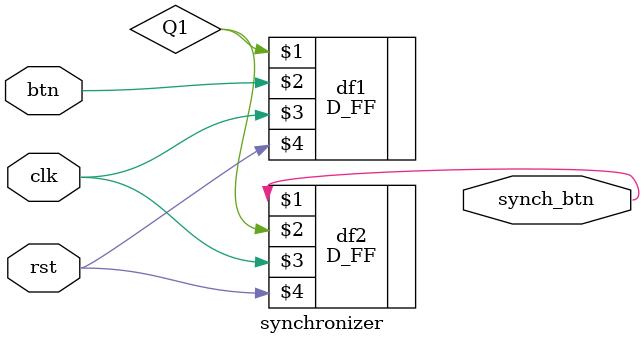
<source format=v>
`timescale 1ns / 1ps
module synchronizer(
	input clk,
	input btn,
	input rst,
	output synch_btn
    );
	 
	wire Q1;
	
	D_FF df1(Q1, btn, clk, rst);
	D_FF df2(synch_btn, Q1, clk, rst);
	
endmodule

</source>
